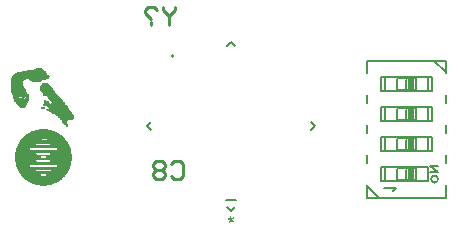
<source format=gbo>
G04 Layer_Color=32896*
%FSLAX44Y44*%
%MOMM*%
G71*
G01*
G75*
%ADD23C,0.2540*%
%ADD66C,0.0000*%
%ADD67C,0.1000*%
%ADD68C,0.2000*%
%ADD69C,0.1524*%
%ADD70C,0.0254*%
G36*
X436012Y408718D02*
X436053Y408270D01*
X436067Y407904D01*
X436080Y407591D01*
Y407347D01*
X436067Y407198D01*
Y407089D01*
Y407062D01*
X436392Y407306D01*
X436718Y407523D01*
X437031Y407727D01*
X437329Y407890D01*
X437574Y408026D01*
X437764Y408134D01*
X437832Y408175D01*
X437886Y408202D01*
X437927Y408216D01*
X437940Y408229D01*
X438511Y407089D01*
X438103Y406899D01*
X437737Y406722D01*
X437397Y406573D01*
X437099Y406464D01*
X436841Y406369D01*
X436650Y406288D01*
X436528Y406247D01*
X436501D01*
X436488Y406234D01*
X436854Y405948D01*
X437180Y405704D01*
X437452Y405460D01*
X437696Y405270D01*
X437886Y405107D01*
X438035Y404984D01*
X438117Y404903D01*
X438144Y404876D01*
X437261Y403993D01*
X437180Y404075D01*
X437071Y404183D01*
X436868Y404414D01*
X436637Y404699D01*
X436406Y404957D01*
X436202Y405215D01*
X436107Y405310D01*
X436026Y405419D01*
X435958Y405487D01*
X435917Y405555D01*
X435877Y405595D01*
X435863Y405609D01*
X435768Y405324D01*
X435646Y405011D01*
X435523Y404672D01*
X435388Y404373D01*
X435252Y404075D01*
X435198Y403939D01*
X435157Y403844D01*
X435116Y403749D01*
X435075Y403681D01*
X435062Y403640D01*
X435048Y403627D01*
X433921Y404210D01*
X434315Y404876D01*
X434505Y405174D01*
X434682Y405460D01*
X434831Y405690D01*
X434940Y405881D01*
X434980Y405948D01*
X435021Y405989D01*
X435035Y406030D01*
X435048Y406044D01*
X434804D01*
X434464Y406057D01*
X434125Y406071D01*
X433772Y406098D01*
X433432Y406138D01*
X433161Y406166D01*
X432971D01*
X432930Y406179D01*
X432903D01*
X433106Y407415D01*
X433432Y407360D01*
X433772Y407293D01*
X434111Y407198D01*
X434437Y407116D01*
X434736Y407035D01*
X434980Y406953D01*
X435075Y406940D01*
X435143Y406926D01*
X435184Y406912D01*
X435198Y406899D01*
X435075Y407374D01*
X434967Y407781D01*
X434899Y408148D01*
X434831Y408460D01*
X434777Y408705D01*
X434736Y408881D01*
Y408990D01*
X434722Y409031D01*
X435971Y409248D01*
X436012Y408718D01*
D02*
G37*
D23*
X388366Y586481D02*
Y583942D01*
X383288Y578863D01*
X378209Y583942D01*
Y586481D01*
X383288Y578863D02*
Y571246D01*
X373131Y583942D02*
X370592Y586481D01*
X365513D01*
X362974Y583942D01*
Y581403D01*
X368053Y576324D01*
Y573785D02*
Y571246D01*
X384813Y453386D02*
X387352Y455925D01*
X392431D01*
X394970Y453386D01*
Y443229D01*
X392431Y440690D01*
X387352D01*
X384813Y443229D01*
X379735Y453386D02*
X377196Y455925D01*
X372117D01*
X369578Y453386D01*
Y450847D01*
X372117Y448307D01*
X369578Y445768D01*
Y443229D01*
X372117Y440690D01*
X377196D01*
X379735Y443229D01*
Y445768D01*
X377196Y448307D01*
X379735Y450847D01*
Y453386D01*
X377196Y448307D02*
X372117D01*
D66*
X387392Y544700D02*
G03*
X387392Y544700I-1270J0D01*
G01*
D67*
X592593Y448625D02*
G03*
X591600Y449750I-992J125D01*
G01*
Y439250D02*
G03*
X592593Y440375I0J1000D01*
G01*
X575800Y440250D02*
G03*
X576800Y439250I1000J0D01*
G01*
Y449750D02*
G03*
X575800Y448750I0J-1000D01*
G01*
X591593Y439500D02*
G03*
X592593Y440500I0J1000D01*
G01*
Y448500D02*
G03*
X591593Y449500I-1000J0D01*
G01*
X585000D02*
G03*
X584000Y448500I0J-1000D01*
G01*
Y440500D02*
G03*
X585000Y439500I1000J0D01*
G01*
X592593Y474025D02*
G03*
X591600Y475150I-992J125D01*
G01*
Y464650D02*
G03*
X592593Y465775I0J1000D01*
G01*
X575800Y465650D02*
G03*
X576800Y464650I1000J0D01*
G01*
Y475150D02*
G03*
X575800Y474150I0J-1000D01*
G01*
X591593Y464900D02*
G03*
X592593Y465900I0J1000D01*
G01*
Y473900D02*
G03*
X591593Y474900I-1000J0D01*
G01*
X585000D02*
G03*
X584000Y473900I0J-1000D01*
G01*
Y465900D02*
G03*
X585000Y464900I1000J0D01*
G01*
X592593Y499425D02*
G03*
X591600Y500550I-992J125D01*
G01*
Y490050D02*
G03*
X592593Y491175I0J1000D01*
G01*
X575800Y491050D02*
G03*
X576800Y490050I1000J0D01*
G01*
Y500550D02*
G03*
X575800Y499550I0J-1000D01*
G01*
X591593Y490300D02*
G03*
X592593Y491300I0J1000D01*
G01*
Y499300D02*
G03*
X591593Y500300I-1000J0D01*
G01*
X585000D02*
G03*
X584000Y499300I0J-1000D01*
G01*
Y491300D02*
G03*
X585000Y490300I1000J0D01*
G01*
X592593Y524825D02*
G03*
X591600Y525950I-992J125D01*
G01*
Y515450D02*
G03*
X592593Y516575I0J1000D01*
G01*
X575800Y516450D02*
G03*
X576800Y515450I1000J0D01*
G01*
Y525950D02*
G03*
X575800Y524950I0J-1000D01*
G01*
X591593Y515700D02*
G03*
X592593Y516700I0J1000D01*
G01*
Y524700D02*
G03*
X591593Y525700I-1000J0D01*
G01*
X585000D02*
G03*
X584000Y524700I0J-1000D01*
G01*
Y516700D02*
G03*
X585000Y515700I1000J0D01*
G01*
D68*
X611000Y440490D02*
G03*
X611000Y440490I-3000J0D01*
G01*
X617701Y424450D02*
Y435350D01*
X550700Y540750D02*
X617701D01*
X550700Y529850D02*
Y540750D01*
Y424450D02*
X617701D01*
X550700Y434450D02*
X560700Y424450D01*
X562651Y450350D02*
X602300D01*
X562651Y438650D02*
Y450350D01*
Y438650D02*
X602300D01*
X592600Y440500D02*
Y448500D01*
X592598Y448563D02*
X592600Y448500D01*
X592593Y448625D02*
X592598Y448563D01*
X592593Y440375D02*
X592598Y440438D01*
X592600Y440500D01*
X576800Y439250D02*
X591600D01*
X575800Y440250D02*
Y448750D01*
X576800Y449750D02*
X591600D01*
X585001Y439500D02*
X591592D01*
X584000Y440500D02*
Y448500D01*
X585001Y449500D02*
X591592D01*
X592593Y440500D02*
Y448500D01*
X602300Y438650D02*
Y450350D01*
X566101Y438650D02*
Y450350D01*
X605750Y464050D02*
Y475750D01*
X562651D02*
X605750D01*
X562651Y464050D02*
Y475750D01*
Y464050D02*
X605750D01*
X592600Y465900D02*
Y473900D01*
X592598Y473963D02*
X592600Y473900D01*
X592593Y474025D02*
X592598Y473963D01*
X592593Y465775D02*
X592598Y465838D01*
X592600Y465900D01*
X576800Y464650D02*
X591600D01*
X575800Y465650D02*
Y474150D01*
X576800Y475150D02*
X591600D01*
X585001Y464900D02*
X591592D01*
X584000Y465900D02*
Y473900D01*
X585001Y474900D02*
X591592D01*
X592593Y465900D02*
Y473900D01*
X602300Y464050D02*
Y475750D01*
X566101Y464050D02*
Y475750D01*
X605750Y489450D02*
Y501150D01*
X562651D02*
X605750D01*
X562651Y489450D02*
Y501150D01*
Y489450D02*
X605750D01*
X592600Y491300D02*
Y499300D01*
X592598Y499362D02*
X592600Y499300D01*
X592593Y499425D02*
X592598Y499362D01*
X592593Y491175D02*
X592598Y491237D01*
X592600Y491300D01*
X576800Y490050D02*
X591600D01*
X575800Y491050D02*
Y499550D01*
X576800Y500550D02*
X591600D01*
X585001Y490300D02*
X591592D01*
X584000Y491300D02*
Y499300D01*
X585001Y500300D02*
X591592D01*
X592593Y491300D02*
Y499300D01*
X602300Y489450D02*
Y501150D01*
X566101Y489450D02*
Y501150D01*
X605750Y514850D02*
Y526550D01*
X562651D02*
X605750D01*
X562651Y514850D02*
Y526550D01*
Y514850D02*
X605750D01*
X592600Y516700D02*
Y524700D01*
X592598Y524762D02*
X592600Y524700D01*
X592593Y524825D02*
X592598Y524762D01*
X592593Y516575D02*
X592598Y516637D01*
X592600Y516700D01*
X576800Y515450D02*
X591600D01*
X575800Y516450D02*
Y524950D01*
X576800Y525950D02*
X591600D01*
X585001Y515700D02*
X591592D01*
X584000Y516700D02*
Y524700D01*
X585001Y525700D02*
X591592D01*
X592593Y516700D02*
Y524700D01*
X602300Y514850D02*
Y526550D01*
X566101Y514850D02*
Y526550D01*
X607701Y540750D02*
X617701Y530750D01*
Y453650D02*
Y460750D01*
Y479050D02*
Y486150D01*
Y504450D02*
Y511550D01*
Y529850D02*
Y540750D01*
X550700Y504450D02*
Y511550D01*
Y479050D02*
Y486150D01*
Y453650D02*
Y460750D01*
Y424450D02*
Y435350D01*
X586000Y490300D02*
Y500300D01*
X588000Y490300D02*
Y500300D01*
X590000Y490300D02*
Y500300D01*
X592000Y490387D02*
Y500213D01*
X586000Y464900D02*
Y474900D01*
X588000Y464900D02*
Y474900D01*
X590000Y464900D02*
Y474900D01*
X592000Y464987D02*
Y474813D01*
X586000Y439500D02*
Y449500D01*
X588000Y439500D02*
Y449500D01*
X590000Y439500D02*
Y449500D01*
X592000Y439587D02*
Y449413D01*
X586000Y515700D02*
Y525700D01*
X588000Y515700D02*
Y525700D01*
X590000Y515700D02*
Y525700D01*
X592000Y515787D02*
Y525613D01*
X604420Y446840D02*
X610770D01*
X604420Y451920D02*
X610770D01*
X604420D02*
X610770Y446840D01*
X573044Y430600D02*
X573520Y431552D01*
X574948Y432980D01*
X564950D01*
D69*
X364127Y485140D02*
X367539Y481728D01*
X432198Y417070D02*
X435610Y413657D01*
X503680Y481728D02*
X507093Y485140D01*
X435610Y556623D02*
X439023Y553210D01*
X364127Y485140D02*
X367539Y488553D01*
X431659Y422637D02*
X439561D01*
X432198Y553210D02*
X435610Y556623D01*
X503680Y488553D02*
X507093Y485140D01*
X435610Y413657D02*
X439023Y417070D01*
D70*
X270510Y534325D02*
X270764D01*
X271018D02*
X272034D01*
X272288D02*
X272542D01*
X272796D02*
X273812D01*
X274066D02*
X274320D01*
X270256Y534071D02*
X274574D01*
X270256Y533817D02*
X270764D01*
X271018D02*
X272034D01*
X272288D02*
X272542D01*
X272796D02*
X273812D01*
X274066D02*
X274828D01*
X268986Y533563D02*
X275082D01*
X268732Y533309D02*
X275336D01*
X268224Y533055D02*
X275590D01*
X262890Y532801D02*
X263144D01*
X263398D02*
X264414D01*
X264668D02*
X264922D01*
X265176D02*
X265430D01*
X265684D02*
X266192D01*
X266446D02*
X266700D01*
X266954D02*
X267208D01*
X267462D02*
X268986D01*
X269240D02*
X270764D01*
X271018D02*
X273812D01*
X274066D02*
X274828D01*
X275082D02*
X275590D01*
X262636Y532547D02*
X276098D01*
X260096Y532293D02*
X260604D01*
X260858D02*
X261112D01*
X261366D02*
X261620D01*
X261874D02*
X272288D01*
X272542D02*
X276352D01*
X259588Y532039D02*
X276606D01*
X259588Y531785D02*
X276860D01*
X258318Y531531D02*
X277876D01*
X258064Y531277D02*
X258318D01*
X258572D02*
X278130D01*
X254508Y531023D02*
X255524D01*
X258318D02*
X259080D01*
X259334D02*
X261874D01*
X262128D02*
X268986D01*
X269240D02*
X270764D01*
X271018D02*
X273812D01*
X274066D02*
X274828D01*
X275082D02*
X275590D01*
X275844D02*
X276606D01*
X276860D02*
X277368D01*
X277622D02*
X278384D01*
X254254Y530769D02*
X278384D01*
X254000Y530515D02*
X278384D01*
X252984Y530261D02*
X253238D01*
X253492D02*
X253746D01*
X254000D02*
X259080D01*
X259334D02*
X278384D01*
X252730Y530007D02*
X278638D01*
X252984Y529753D02*
X278892D01*
X252222Y529499D02*
X263398D01*
X263652D02*
X264160D01*
X264414D02*
X278638D01*
X251968Y529245D02*
X258572D01*
X258826D02*
X259080D01*
X259588D02*
X260096D01*
X260604D02*
X261112D01*
X261366D02*
X261874D01*
X262128D02*
X268986D01*
X269240D02*
X270764D01*
X271018D02*
X273812D01*
X274066D02*
X274828D01*
X275082D02*
X275590D01*
X275844D02*
X276606D01*
X276860D02*
X277368D01*
X277622D02*
X278892D01*
X252222Y528991D02*
X259842D01*
X260096D02*
X279146D01*
X251460Y528737D02*
X270764D01*
X271018D02*
X273812D01*
X274066D02*
X279654D01*
X251460Y528483D02*
X251968D01*
X252222D02*
X259334D01*
X259588D02*
X270510D01*
X270764D02*
X272288D01*
X272542D02*
X279654D01*
X250952Y528229D02*
X280416D01*
X250698Y527975D02*
X259080D01*
X259334D02*
X259588D01*
X259842D02*
X265430D01*
X265684D02*
X267208D01*
X267462D02*
X268986D01*
X269240D02*
X273812D01*
X274066D02*
X277368D01*
X277622D02*
X280162D01*
X250952Y527721D02*
X258826D01*
X259080D02*
X277622D01*
X277876D02*
X278638D01*
X278892D02*
X280416D01*
X280670D02*
X281178D01*
X250444Y527467D02*
X251968D01*
X252222D02*
X257556D01*
X257810D02*
X258318D01*
X258826D02*
X281178D01*
X250190Y527213D02*
X258826D01*
X259080D02*
X280924D01*
X250190Y526959D02*
X259588D01*
X259842D02*
X268986D01*
X269240D02*
X273812D01*
X274066D02*
X280924D01*
X250190Y526705D02*
X253746D01*
X254000D02*
X270510D01*
X270764D02*
X272288D01*
X272542D02*
X275844D01*
X276098D02*
X280924D01*
X249936Y526451D02*
X280924D01*
X249936Y526197D02*
X257810D01*
X258064D02*
X259588D01*
X259842D02*
X260858D01*
X261112D02*
X261366D01*
X261620D02*
X262636D01*
X262890D02*
X263144D01*
X263398D02*
X264414D01*
X264668D02*
X265430D01*
X265684D02*
X267208D01*
X267462D02*
X268986D01*
X269240D02*
X273812D01*
X274066D02*
X279146D01*
X279400D02*
X279654D01*
X279908D02*
X280162D01*
X280416D02*
X280924D01*
X249682Y525943D02*
X255270D01*
X255524D02*
X280924D01*
X249428Y525689D02*
X250190D01*
X250444D02*
X250952D01*
X251206D02*
X251968D01*
X252222D02*
X252730D01*
X252984D02*
X253746D01*
X254000D02*
X255016D01*
X255270D02*
X261112D01*
X264414D02*
X278384D01*
X249428Y525435D02*
X258826D01*
X259080D02*
X260858D01*
X264922D02*
X278384D01*
X249428Y525181D02*
X256032D01*
X256286D02*
X257810D01*
X258064D02*
X260604D01*
X265176D02*
X267208D01*
X267462D02*
X268986D01*
X269240D02*
X273812D01*
X274066D02*
X275590D01*
X275844D02*
X276098D01*
X276352D02*
X277368D01*
X277622D02*
X277876D01*
X278130D02*
X278384D01*
X249428Y524927D02*
X259842D01*
X265176D02*
X270510D01*
X270764D02*
X272288D01*
X272542D02*
X275082D01*
X249428Y524673D02*
X259588D01*
X265430D02*
X274828D01*
X249428Y524419D02*
X255016D01*
X255270D02*
X256032D01*
X256286D02*
X257810D01*
X258064D02*
X259588D01*
X265430D02*
X266192D01*
X266446D02*
X266700D01*
X266954D02*
X267208D01*
X267462D02*
X268986D01*
X269240D02*
X274320D01*
X274574D02*
X274828D01*
X249428Y524165D02*
X259588D01*
X265430D02*
X265684D01*
X266954D02*
X274320D01*
X249428Y523911D02*
X259334D01*
X266954D02*
X267208D01*
X267462D02*
X273812D01*
X249428Y523657D02*
X259080D01*
X267208D02*
X274066D01*
X249428Y523403D02*
X258572D01*
X267970D02*
X273558D01*
X249428Y523149D02*
X258826D01*
X268478D02*
X268732D01*
X268986D02*
X270002D01*
X270256D02*
X270510D01*
X270764D02*
X271780D01*
X272034D02*
X272288D01*
X272542D02*
X272796D01*
X273050D02*
X273304D01*
X249428Y522895D02*
X258572D01*
X249428Y522641D02*
X258572D01*
X249428Y522387D02*
X258572D01*
X249428Y522133D02*
X258826D01*
X249428Y521879D02*
X252730D01*
X252984D02*
X257810D01*
X258064D02*
X258826D01*
X249428Y521625D02*
X258572D01*
X275590D02*
X279654D01*
X249428Y521371D02*
X258826D01*
X275590D02*
X279654D01*
X249428Y521117D02*
X257810D01*
X258064D02*
X258572D01*
X275590D02*
X279908D01*
X249428Y520863D02*
X250190D01*
X250444D02*
X251968D01*
X252222D02*
X253746D01*
X254000D02*
X256794D01*
X257048D02*
X257810D01*
X258064D02*
X258826D01*
X275590D02*
X280162D01*
X249428Y520609D02*
X258572D01*
X275590D02*
X280416D01*
X249428Y520355D02*
X258826D01*
X275336D02*
X280416D01*
X280670D02*
X280924D01*
X249428Y520101D02*
X250952D01*
X251206D02*
X252730D01*
X252984D02*
X257810D01*
X258064D02*
X258826D01*
X274828D02*
X281178D01*
X249428Y519847D02*
X258572D01*
X274828D02*
X281178D01*
X249428Y519593D02*
X255778D01*
X256032D02*
X257556D01*
X257810D02*
X259080D01*
X259334D02*
X259588D01*
X274828D02*
X281178D01*
X249428Y519339D02*
X250190D01*
X250444D02*
X251968D01*
X252222D02*
X254000D01*
X254254D02*
X255778D01*
X256032D02*
X257556D01*
X257810D02*
X259588D01*
X274828D02*
X281432D01*
X249428Y519085D02*
X250190D01*
X250444D02*
X251968D01*
X252222D02*
X253746D01*
X254000D02*
X257810D01*
X258064D02*
X258572D01*
X258826D02*
X259588D01*
X274828D02*
X281940D01*
X249428Y518831D02*
X259588D01*
X274320D02*
X282448D01*
X249428Y518577D02*
X258572D01*
X258826D02*
X259588D01*
X274320D02*
X282448D01*
X249428Y518323D02*
X250190D01*
X250444D02*
X250952D01*
X251206D02*
X251968D01*
X252222D02*
X252730D01*
X252984D02*
X253746D01*
X254000D02*
X257810D01*
X258064D02*
X258572D01*
X259080D02*
X259588D01*
X274320D02*
X282448D01*
X249428Y518069D02*
X259842D01*
X274320D02*
X282956D01*
X249428Y517815D02*
X255778D01*
X256032D02*
X257556D01*
X257810D02*
X259842D01*
X274320D02*
X282956D01*
X249428Y517561D02*
X250190D01*
X250444D02*
X251968D01*
X252222D02*
X253746D01*
X254000D02*
X255778D01*
X256032D02*
X256540D01*
X256794D02*
X257556D01*
X258064D02*
X258572D01*
X258826D02*
X260096D01*
X274320D02*
X283718D01*
X249428Y517307D02*
X251968D01*
X252222D02*
X253746D01*
X254000D02*
X258572D01*
X258826D02*
X260096D01*
X274320D02*
X283718D01*
X249428Y517053D02*
X260350D01*
X274320D02*
X283718D01*
X249428Y516799D02*
X259588D01*
X259842D02*
X260096D01*
X260350D02*
X260604D01*
X274320D02*
X283718D01*
X249428Y516545D02*
X251968D01*
X252222D02*
X252730D01*
X252984D02*
X253746D01*
X254000D02*
X254508D01*
X254762D02*
X258826D01*
X259080D02*
X259588D01*
X259842D02*
X260858D01*
X274320D02*
X283718D01*
X249428Y516291D02*
X260350D01*
X274320D02*
X284480D01*
X249428Y516037D02*
X260858D01*
X274320D02*
X284480D01*
X249428Y515783D02*
X250190D01*
X250444D02*
X251968D01*
X252222D02*
X253746D01*
X254000D02*
X256794D01*
X257048D02*
X257810D01*
X258064D02*
X259588D01*
X259842D02*
X260858D01*
X274320D02*
X284480D01*
X249428Y515529D02*
X253746D01*
X254000D02*
X258572D01*
X258826D02*
X259588D01*
X259842D02*
X260350D01*
X260604D02*
X261112D01*
X274320D02*
X284988D01*
X249428Y515275D02*
X261366D01*
X274828D02*
X284988D01*
X249428Y515021D02*
X256032D01*
X256286D02*
X256794D01*
X257048D02*
X257810D01*
X258064D02*
X259588D01*
X259842D02*
X260096D01*
X260350D02*
X261366D01*
X274828D02*
X285242D01*
X249428Y514767D02*
X253746D01*
X254000D02*
X254508D01*
X254762D02*
X258826D01*
X259080D02*
X259588D01*
X259842D02*
X260096D01*
X260858D02*
X261620D01*
X275590D02*
X285750D01*
X249428Y514513D02*
X249682D01*
X249936D02*
X250952D01*
X251206D02*
X251968D01*
X252222D02*
X252730D01*
X252984D02*
X253746D01*
X254000D02*
X256032D01*
X256286D02*
X261366D01*
X275590D02*
X285750D01*
X249936Y514259D02*
X256286D01*
X256540D02*
X261620D01*
X275590D02*
X285750D01*
X250444Y514005D02*
X257810D01*
X258064D02*
X259588D01*
X259842D02*
X261874D01*
X262128D02*
X262382D01*
X275590D02*
X285750D01*
X250190Y513751D02*
X259588D01*
X259842D02*
X260350D01*
X260604D02*
X261112D01*
X261620D02*
X262382D01*
X275844D02*
X285750D01*
X250190Y513497D02*
X255778D01*
X256032D02*
X257556D01*
X257810D02*
X262382D01*
X276098D02*
X286512D01*
X250444Y513243D02*
X261366D01*
X261620D02*
X262382D01*
X276098D02*
X286512D01*
X250190Y512989D02*
X258826D01*
X259080D02*
X260096D01*
X260350D02*
X260604D01*
X260858D02*
X261366D01*
X261620D02*
X262382D01*
X276098D02*
X286512D01*
X250190Y512735D02*
X250952D01*
X251206D02*
X255016D01*
X255270D02*
X262382D01*
X276098D02*
X287782D01*
X250444Y512481D02*
X254508D01*
X254762D02*
X262636D01*
X276098D02*
X287782D01*
X250698Y512227D02*
X259588D01*
X259842D02*
X261366D01*
X261620D02*
X263398D01*
X276098D02*
X287782D01*
X250698Y511973D02*
X263398D01*
X276860D02*
X287782D01*
X250698Y511719D02*
X257556D01*
X257810D02*
X259334D01*
X259588D02*
X263398D01*
X276860D02*
X287782D01*
X250698Y511465D02*
X263398D01*
X276860D02*
X288290D01*
X250952Y511211D02*
X262382D01*
X262636D02*
X263398D01*
X279654D02*
X288544D01*
X250698Y510957D02*
X251968D01*
X252222D02*
X253746D01*
X254000D02*
X254254D01*
X254508D02*
X256794D01*
X257048D02*
X257810D01*
X258064D02*
X258572D01*
X258826D02*
X259080D01*
X259334D02*
X259588D01*
X259842D02*
X260096D01*
X260350D02*
X261112D01*
X261366D02*
X263652D01*
X279654D02*
X289052D01*
X250952Y510703D02*
X255524D01*
X258064D02*
X260858D01*
X261620D02*
X264160D01*
X280162D02*
X284988D01*
X285750D02*
X289052D01*
X251206Y510449D02*
X255016D01*
X258318D02*
X260604D01*
X261874D02*
X263144D01*
X263398D02*
X264160D01*
X280162D02*
X284988D01*
X285750D02*
X289052D01*
X250952Y510195D02*
X255270D01*
X258318D02*
X259080D01*
X259842D02*
X260604D01*
X261874D02*
X264160D01*
X280416D02*
X284988D01*
X285496D02*
X289814D01*
X251460Y509941D02*
X251968D01*
X252222D02*
X255524D01*
X262890D02*
X264160D01*
X280924D02*
X289814D01*
X251460Y509687D02*
X251968D01*
X252222D02*
X255524D01*
X262890D02*
X264160D01*
X280924D02*
X289814D01*
X251460Y509433D02*
X256286D01*
X257302D02*
X259080D01*
X261620D02*
X264160D01*
X280924D02*
X290322D01*
X251714Y509179D02*
X253746D01*
X254000D02*
X256032D01*
X257048D02*
X258572D01*
X261620D02*
X261874D01*
X262382D02*
X263144D01*
X263398D02*
X264160D01*
X280924D02*
X290576D01*
X251968Y508925D02*
X256286D01*
X256540D02*
X258826D01*
X261366D02*
X261620D01*
X261874D02*
X264160D01*
X280924D02*
X290576D01*
X252222Y508671D02*
X257302D01*
X257556D02*
X259080D01*
X259334D02*
X259842D01*
X261112D02*
X261366D01*
X261620D02*
X263652D01*
X281686D02*
X283718D01*
X284226D02*
X286258D01*
X287020D02*
X291084D01*
X252222Y508417D02*
X260096D01*
X260858D02*
X263398D01*
X281686D02*
X283718D01*
X284226D02*
X286258D01*
X287020D02*
X291084D01*
X252222Y508163D02*
X260604D01*
X260858D02*
X263398D01*
X281686D02*
X283718D01*
X283972D02*
X286512D01*
X286766D02*
X291846D01*
X251968Y507909D02*
X255524D01*
X255778D02*
X257302D01*
X257556D02*
X263398D01*
X282194D02*
X291846D01*
X251968Y507655D02*
X263398D01*
X282194D02*
X291846D01*
X251968Y507401D02*
X253746D01*
X254000D02*
X255524D01*
X255778D02*
X256032D01*
X256286D02*
X263398D01*
X277622D02*
X278384D01*
X282702D02*
X288290D01*
X289052D02*
X292354D01*
X252222Y507147D02*
X256286D01*
X256540D02*
X259842D01*
X260096D02*
X262128D01*
X262382D02*
X262890D01*
X277622D02*
X278384D01*
X282956D02*
X288290D01*
X289052D02*
X292354D01*
X252222Y506893D02*
X252476D01*
X252730D02*
X257302D01*
X257556D02*
X258572D01*
X258826D02*
X259588D01*
X259842D02*
X262636D01*
X277622D02*
X278638D01*
X282956D02*
X288290D01*
X289052D02*
X292354D01*
X252730Y506639D02*
X260604D01*
X260858D02*
X262636D01*
X277622D02*
X278892D01*
X283718D02*
X285750D01*
X286512D02*
X292354D01*
X252984Y506385D02*
X253746D01*
X254000D02*
X261366D01*
X261620D02*
X262636D01*
X277622D02*
X279146D01*
X283718D02*
X285496D01*
X286258D02*
X292608D01*
X253238Y506131D02*
X262636D01*
X277622D02*
X280416D01*
X283718D02*
X284988D01*
X286258D02*
X290322D01*
X291084D02*
X292862D01*
X253492Y505877D02*
X262636D01*
X277622D02*
X280416D01*
X283718D02*
X284988D01*
X286004D02*
X290322D01*
X291084D02*
X293116D01*
X253492Y505623D02*
X255524D01*
X255778D02*
X257302D01*
X257556D02*
X257810D01*
X258064D02*
X261366D01*
X261620D02*
X262636D01*
X277622D02*
X280416D01*
X283718D02*
X284988D01*
X285496D02*
X290322D01*
X291084D02*
X293370D01*
X253492Y505369D02*
X258064D01*
X258318D02*
X262382D01*
X277622D02*
X280416D01*
X283718D02*
X287782D01*
X288290D02*
X293878D01*
X254000Y505115D02*
X261366D01*
X261620D02*
X261874D01*
X277622D02*
X280416D01*
X283718D02*
X287528D01*
X288544D02*
X293878D01*
X253746Y504861D02*
X258826D01*
X259080D02*
X260604D01*
X260858D02*
X262128D01*
X277622D02*
X281178D01*
X282956D02*
X287782D01*
X288290D02*
X290068D01*
X290322D02*
X292100D01*
X292354D02*
X293878D01*
X254254Y504607D02*
X255524D01*
X255778D02*
X257302D01*
X257556D02*
X259588D01*
X259842D02*
X261366D01*
X261620D02*
X262128D01*
X277622D02*
X281178D01*
X282956D02*
X289560D01*
X290322D02*
X291592D01*
X292354D02*
X293878D01*
X254508Y504353D02*
X262128D01*
X277368D02*
X281178D01*
X282702D02*
X289560D01*
X290322D02*
X291592D01*
X292354D02*
X293878D01*
X254762Y504099D02*
X261620D01*
X276860D02*
X287020D01*
X287782D02*
X289560D01*
X289814D02*
X293878D01*
X254762Y503845D02*
X255016D01*
X255270D02*
X257302D01*
X257556D02*
X261366D01*
X276860D02*
X287020D01*
X287782D02*
X293878D01*
X255270Y503591D02*
X258826D01*
X259080D02*
X261366D01*
X276860D02*
X287020D01*
X287782D02*
X293878D01*
X255778Y503337D02*
X261620D01*
X276860D02*
X287528D01*
X287782D02*
X294894D01*
X255524Y503083D02*
X261366D01*
X276860D02*
X295148D01*
X256032Y502829D02*
X257302D01*
X257556D02*
X259588D01*
X259842D02*
X260858D01*
X276860D02*
X277876D01*
X279146D02*
X286258D01*
X287020D02*
X293116D01*
X293878D02*
X295910D01*
X256286Y502575D02*
X260858D01*
X280162D02*
X286258D01*
X287020D02*
X293116D01*
X293878D02*
X295910D01*
X256286Y502321D02*
X260604D01*
X280162D02*
X286258D01*
X287020D02*
X293116D01*
X293624D02*
X295910D01*
X256540Y502067D02*
X257810D01*
X258064D02*
X260604D01*
X280416D02*
X288290D01*
X289052D02*
X296418D01*
X257048Y501813D02*
X260096D01*
X280924D02*
X288290D01*
X289052D02*
X296418D01*
X257810Y501559D02*
X260096D01*
X274828D02*
X277114D01*
X280924D02*
X288290D01*
X289052D02*
X296418D01*
X296672D02*
X297180D01*
X258064Y501305D02*
X259842D01*
X274828D02*
X277114D01*
X281686D02*
X297180D01*
X258318Y501051D02*
X259080D01*
X259334D02*
X260096D01*
X274828D02*
X277114D01*
X281686D02*
X297180D01*
X274828Y500797D02*
X277622D01*
X281686D02*
X290322D01*
X291084D02*
X293116D01*
X293624D02*
X295148D01*
X295910D02*
X297434D01*
X276860Y500543D02*
X277622D01*
X282194D02*
X290322D01*
X291084D02*
X293116D01*
X293878D02*
X294894D01*
X295910D02*
X297688D01*
X276860Y500289D02*
X277622D01*
X282194D02*
X290322D01*
X291084D02*
X293116D01*
X293878D02*
X295148D01*
X295656D02*
X297688D01*
X278892Y500035D02*
X279654D01*
X282194D02*
X297688D01*
X278892Y499781D02*
X279654D01*
X282194D02*
X297688D01*
X278892Y499527D02*
X279654D01*
X280670D02*
X297688D01*
X280162Y499273D02*
X282194D01*
X282956D02*
X297688D01*
X280162Y499019D02*
X282194D01*
X282956D02*
X297688D01*
X280162Y498765D02*
X282194D01*
X282448D02*
X291592D01*
X292354D02*
X298450D01*
X281432Y498511D02*
X291592D01*
X292354D02*
X298450D01*
X281432Y498257D02*
X291846D01*
X292354D02*
X298450D01*
X282702Y498003D02*
X283718D01*
X284226D02*
X284988D01*
X285750D02*
X299212D01*
X282956Y497749D02*
X283718D01*
X284226D02*
X284988D01*
X285750D02*
X299212D01*
X283210Y497495D02*
X283718D01*
X284226D02*
X284988D01*
X285496D02*
X299974D01*
X283464Y497241D02*
X283718D01*
X284226D02*
X299974D01*
X284226Y496987D02*
X299974D01*
X284226Y496733D02*
X295656D01*
X296418D02*
X300482D01*
X285496Y496479D02*
X287020D01*
X287528D02*
X295656D01*
X296418D02*
X300482D01*
X285496Y496225D02*
X287020D01*
X287528D02*
X295656D01*
X296418D02*
X300482D01*
X287020Y495971D02*
X300482D01*
X287020Y495717D02*
X300482D01*
X287020Y495463D02*
X296672D01*
X297180D02*
X300736D01*
X287528Y495209D02*
X296418D01*
X297180D02*
X300990D01*
X287528Y494955D02*
X296418D01*
X297180D02*
X301244D01*
X288798Y494701D02*
X296418D01*
X297180D02*
X301752D01*
X289052Y494447D02*
X296418D01*
X297180D02*
X301752D01*
X289052Y494193D02*
X296418D01*
X297180D02*
X301752D01*
X289052Y493939D02*
X301752D01*
X289052Y493685D02*
X301752D01*
X289052Y493431D02*
X301752D01*
X289560Y493177D02*
X301752D01*
X289560Y492923D02*
X301752D01*
X290830Y492669D02*
X301752D01*
X291084Y492415D02*
X301752D01*
X290830Y492161D02*
X301752D01*
X290830Y491907D02*
X301244D01*
X290830Y491653D02*
X301244D01*
X291084Y491399D02*
X300990D01*
X291592Y491145D02*
X298450D01*
X291592Y490891D02*
X298450D01*
X292862Y490637D02*
X297180D01*
X292862Y490383D02*
X297180D01*
X292862Y490129D02*
X297180D01*
X292862Y489875D02*
X295910D01*
X292862Y489621D02*
X295910D01*
X292862Y489367D02*
X295910D01*
X292862Y489113D02*
X295910D01*
X292862Y488859D02*
X295910D01*
X293624Y488605D02*
X295910D01*
X293624Y488351D02*
X295910D01*
X293624Y488097D02*
X295910D01*
X294386Y487843D02*
X295910D01*
X294386Y487589D02*
X295910D01*
X294386Y487335D02*
X295910D01*
X294894Y487081D02*
X295910D01*
X294894Y486827D02*
X296418D01*
X295656Y486573D02*
X296418D01*
X295656Y486319D02*
X296418D01*
X295656Y486065D02*
X297180D01*
X296164Y485811D02*
X297180D01*
X296164Y485557D02*
X297180D01*
X275844Y482763D02*
X276860D01*
X272796Y482509D02*
X279908D01*
X271272Y482255D02*
X281432D01*
X270256Y482001D02*
X282448D01*
X269494Y481747D02*
X283464D01*
X268732Y481493D02*
X284226D01*
X267970Y481239D02*
X284734D01*
X267208Y480985D02*
X285496D01*
X266700Y480731D02*
X286004D01*
X266192Y480477D02*
X286512D01*
X265684Y480223D02*
X287274D01*
X265176Y479969D02*
X287528D01*
X264668Y479715D02*
X288036D01*
X264160Y479461D02*
X288544D01*
X263906Y479207D02*
X289052D01*
X263398Y478953D02*
X289306D01*
X263144Y478699D02*
X289814D01*
X262636Y478445D02*
X290068D01*
X262382Y478191D02*
X290322D01*
X262128Y477937D02*
X290830D01*
X261620Y477683D02*
X291084D01*
X261366Y477429D02*
X291338D01*
X261112Y477175D02*
X291592D01*
X260858Y476921D02*
X292100D01*
X260604Y476667D02*
X292354D01*
X260096Y476413D02*
X292608D01*
X259842Y476159D02*
X292862D01*
X259588Y475905D02*
X293116D01*
X259334Y475651D02*
X293370D01*
X259080Y475397D02*
X293624D01*
X259080Y475143D02*
X274828D01*
X279654D02*
X293878D01*
X258826Y474889D02*
X274574D01*
X279908D02*
X294132D01*
X258572Y474635D02*
X274574D01*
X280162D02*
X294386D01*
X258318Y474381D02*
X274574D01*
X280162D02*
X294386D01*
X258064Y474127D02*
X274574D01*
X280162D02*
X294640D01*
X257810Y473873D02*
X274574D01*
X280162D02*
X294894D01*
X257810Y473619D02*
X274828D01*
X279908D02*
X295148D01*
X257556Y473365D02*
X275082D01*
X279400D02*
X295402D01*
X257302Y473111D02*
X295402D01*
X257048Y472857D02*
X295656D01*
X257048Y472603D02*
X295910D01*
X256794Y472349D02*
X295910D01*
X256540Y472095D02*
X296164D01*
X256540Y471841D02*
X296418D01*
X256286Y471587D02*
X296418D01*
X256032Y471333D02*
X296672D01*
X256032Y471079D02*
X270256D01*
X282448D02*
X296926D01*
X255778Y470825D02*
X270002D01*
X282702D02*
X296926D01*
X255778Y470571D02*
X270002D01*
X282956D02*
X297180D01*
X255524Y470317D02*
X269748D01*
X282956D02*
X297180D01*
X255524Y470063D02*
X269748D01*
X282956D02*
X297434D01*
X255270Y469809D02*
X270002D01*
X282702D02*
X297434D01*
X255270Y469555D02*
X270256D01*
X282702D02*
X297688D01*
X255016Y469301D02*
X270510D01*
X282194D02*
X297688D01*
X255016Y469047D02*
X297942D01*
X254762Y468793D02*
X297942D01*
X254762Y468539D02*
X298196D01*
X254508Y468285D02*
X298196D01*
X254508Y468031D02*
X298196D01*
X254508Y467777D02*
X298450D01*
X254254Y467523D02*
X298450D01*
X254254Y467269D02*
X298704D01*
X254000Y467015D02*
X264668D01*
X288036D02*
X298704D01*
X254000Y466761D02*
X264414D01*
X288290D02*
X298704D01*
X254000Y466507D02*
X264414D01*
X288544D02*
X298958D01*
X253746Y466253D02*
X264414D01*
X288544D02*
X298958D01*
X253746Y465999D02*
X264414D01*
X288544D02*
X298958D01*
X253746Y465745D02*
X264414D01*
X288290D02*
X298958D01*
X253746Y465491D02*
X264668D01*
X288036D02*
X299212D01*
X253492Y465237D02*
X299212D01*
X253492Y464983D02*
X299212D01*
X253492Y464729D02*
X299212D01*
X253492Y464475D02*
X299466D01*
X253238Y464221D02*
X299466D01*
X253238Y463967D02*
X299466D01*
X253238Y463713D02*
X299466D01*
X253238Y463459D02*
X299720D01*
X253238Y463205D02*
X270510D01*
X282194D02*
X299720D01*
X252984Y462951D02*
X270256D01*
X282702D02*
X299720D01*
X252984Y462697D02*
X270002D01*
X282702D02*
X299720D01*
X252984Y462443D02*
X269748D01*
X282956D02*
X299720D01*
X252984Y462189D02*
X269748D01*
X282956D02*
X299720D01*
X252984Y461935D02*
X270002D01*
X282956D02*
X299720D01*
X252984Y461681D02*
X270002D01*
X282702D02*
X299720D01*
X252984Y461427D02*
X270256D01*
X282448D02*
X299974D01*
X252984Y461173D02*
X299974D01*
X252984Y460919D02*
X299974D01*
X252984Y460665D02*
X299974D01*
X252730Y460411D02*
X299974D01*
X252730Y460157D02*
X274320D01*
X278638D02*
X299974D01*
X252730Y459903D02*
X273812D01*
X278892D02*
X299974D01*
X252730Y459649D02*
X273558D01*
X279146D02*
X299974D01*
X252730Y459395D02*
X273558D01*
X279146D02*
X299974D01*
X252730Y459141D02*
X273558D01*
X279146D02*
X299974D01*
X252730Y458887D02*
X273558D01*
X279146D02*
X299974D01*
X252730Y458633D02*
X273812D01*
X279146D02*
X299974D01*
X252730Y458379D02*
X274066D01*
X278892D02*
X299974D01*
X252730Y458125D02*
X299974D01*
X252984Y457871D02*
X299974D01*
X252984Y457617D02*
X299974D01*
X252984Y457363D02*
X299974D01*
X252984Y457109D02*
X270510D01*
X282194D02*
X299974D01*
X252984Y456855D02*
X270002D01*
X282702D02*
X299974D01*
X252984Y456601D02*
X270002D01*
X282956D02*
X299720D01*
X252984Y456347D02*
X269748D01*
X282956D02*
X299720D01*
X252984Y456093D02*
X269748D01*
X282956D02*
X299720D01*
X252984Y455839D02*
X270002D01*
X282956D02*
X299720D01*
X252984Y455585D02*
X270002D01*
X282702D02*
X299720D01*
X253238Y455331D02*
X270256D01*
X282448D02*
X299720D01*
X253238Y455077D02*
X299720D01*
X253238Y454823D02*
X299466D01*
X253238Y454569D02*
X299466D01*
X253238Y454315D02*
X299466D01*
X253238Y454061D02*
X299466D01*
X253492Y453807D02*
X299466D01*
X253492Y453553D02*
X299212D01*
X253492Y453299D02*
X299212D01*
X253492Y453045D02*
X264922D01*
X288036D02*
X299212D01*
X253746Y452791D02*
X264414D01*
X288290D02*
X299212D01*
X253746Y452537D02*
X264414D01*
X288290D02*
X298958D01*
X253746Y452283D02*
X264414D01*
X288544D02*
X298958D01*
X254000Y452029D02*
X264414D01*
X288544D02*
X298958D01*
X254000Y451775D02*
X264414D01*
X288290D02*
X298704D01*
X254000Y451521D02*
X264414D01*
X288290D02*
X298704D01*
X254254Y451267D02*
X264922D01*
X288036D02*
X298704D01*
X254254Y451013D02*
X298450D01*
X254254Y450759D02*
X298450D01*
X254508Y450505D02*
X298450D01*
X254508Y450251D02*
X298196D01*
X254762Y449997D02*
X298196D01*
X254762Y449743D02*
X297942D01*
X254762Y449489D02*
X297942D01*
X255016Y449235D02*
X297688D01*
X255016Y448981D02*
X270256D01*
X282448D02*
X297688D01*
X255270Y448727D02*
X270002D01*
X282702D02*
X297434D01*
X255270Y448473D02*
X270002D01*
X282956D02*
X297434D01*
X255524Y448219D02*
X269748D01*
X282956D02*
X297180D01*
X255524Y447965D02*
X269748D01*
X282956D02*
X297180D01*
X255778Y447711D02*
X270002D01*
X282956D02*
X296926D01*
X255778Y447457D02*
X270002D01*
X282702D02*
X296926D01*
X256032Y447203D02*
X270510D01*
X282448D02*
X296672D01*
X256286Y446949D02*
X296672D01*
X256286Y446695D02*
X296418D01*
X256540Y446441D02*
X296164D01*
X256794Y446187D02*
X296164D01*
X256794Y445933D02*
X295910D01*
X257048Y445679D02*
X295656D01*
X257302Y445425D02*
X295656D01*
X257302Y445171D02*
X295402D01*
X257556Y444917D02*
X274066D01*
X278892D02*
X295148D01*
X257810Y444663D02*
X273812D01*
X279146D02*
X294894D01*
X258064Y444409D02*
X273558D01*
X279146D02*
X294894D01*
X258064Y444155D02*
X273558D01*
X279146D02*
X294640D01*
X258318Y443901D02*
X273558D01*
X279146D02*
X294386D01*
X258572Y443647D02*
X273558D01*
X279146D02*
X294132D01*
X258826Y443393D02*
X273812D01*
X278892D02*
X293878D01*
X259080Y443139D02*
X274320D01*
X278638D02*
X293624D01*
X259334Y442885D02*
X293370D01*
X259588Y442631D02*
X293116D01*
X259842Y442377D02*
X292862D01*
X260096Y442123D02*
X292608D01*
X260350Y441869D02*
X292354D01*
X260604Y441615D02*
X292100D01*
X260858Y441361D02*
X291846D01*
X261112Y441107D02*
X291592D01*
X261620Y440853D02*
X291338D01*
X261874Y440599D02*
X290830D01*
X262128Y440345D02*
X290576D01*
X262636Y440091D02*
X290322D01*
X262890Y439837D02*
X289814D01*
X263144Y439583D02*
X289560D01*
X263652Y439329D02*
X289052D01*
X264160Y439075D02*
X288798D01*
X264414Y438821D02*
X288290D01*
X264922Y438567D02*
X287782D01*
X265430Y438313D02*
X287528D01*
X265938Y438059D02*
X287020D01*
X266446Y437805D02*
X286258D01*
X266954Y437551D02*
X285750D01*
X267462Y437297D02*
X285242D01*
X268224Y437043D02*
X284480D01*
X268986Y436789D02*
X283718D01*
X269748Y436535D02*
X282956D01*
X270764Y436281D02*
X281940D01*
X272034Y436027D02*
X280924D01*
X273812Y435773D02*
X279146D01*
M02*

</source>
